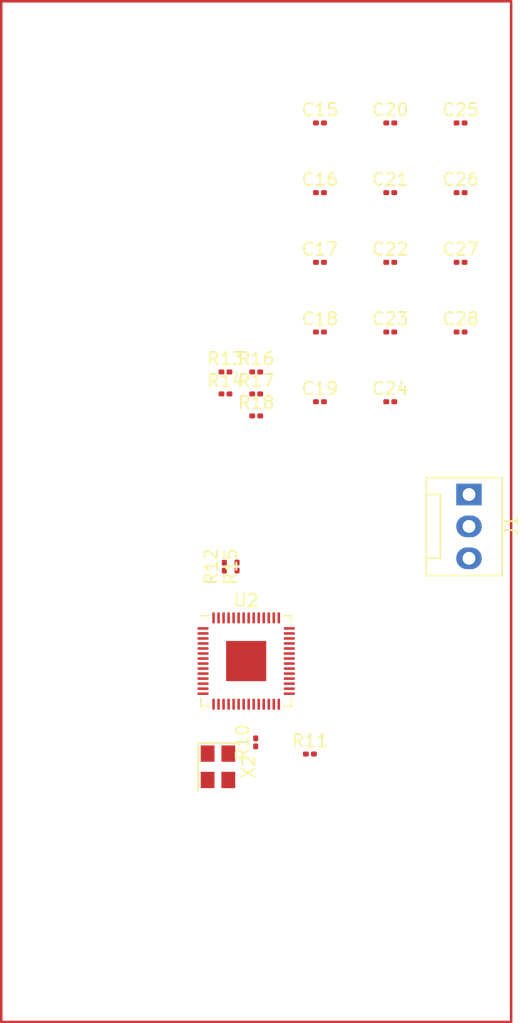
<source format=kicad_pcb>
(kicad_pcb (version 20221018) (generator pcbnew)
  (layers (0 "F.Cu" signal) (31 "B.Cu" signal) (34 "B.Paste" user) (35 "F.Paste" user) (36 "B.SilkS" user "B.Silkscreen") (37 "F.SilkS" user "F.Silkscreen") (38 "B.Mask" user) (39 "F.Mask" user) (44 "Edge.Cuts" user))
  (net 0 "")
  (net 1 "/RP2040.kicad_sch/~{RST}")
  (net 2 "GND")
  (net 3 "/RP2040.kicad_sch/3V3")
  (net 4 "/RP2040.kicad_sch/1V1")
  (net 5 "Net-(X2-EN)")
  (net 6 "/RP2040.kicad_sch/QSPI_0")
  (net 7 "Net-(U2-QSPI_SD0)")
  (net 8 "/RP2040.kicad_sch/QSPI_1")
  (net 9 "Net-(U2-QSPI_SD1)")
  (net 10 "/RP2040.kicad_sch/QSPI_2")
  (net 11 "Net-(U2-QSPI_SD2)")
  (net 12 "/RP2040.kicad_sch/QSPI_3")
  (net 13 "Net-(U2-QSPI_SD3)")
  (net 14 "/RP2040.kicad_sch/QSPI_SCLK")
  (net 15 "Net-(U2-QSPI_SCLK)")
  (net 16 "/RP2040.kicad_sch/USB_D-")
  (net 17 "/RP2040.kicad_sch/USB_D+")
  (net 18 "/RP2040.kicad_sch/GPIO 0")
  (net 19 "/RP2040.kicad_sch/GPIO 1")
  (net 20 "/RP2040.kicad_sch/GPIO 2")
  (net 21 "/RP2040.kicad_sch/GPIO 3")
  (net 22 "/RP2040.kicad_sch/GPIO 4")
  (net 23 "/RP2040.kicad_sch/GPIO 5")
  (net 30 "/RP2040.kicad_sch/GPIO12_PWM_LEFT")
  (net 32 "/RP2040.kicad_sch/GPIO14_PWM_RIGHT")
  (net 34 "Net-(U2-XIN)")
  (net 36 "/RP2040.kicad_sch/SWCLK")
  (net 37 "/RP2040.kicad_sch/SWD")
  (net 40 "/RP2040.kicad_sch/I2C 1 SDA")
  (net 41 "/RP2040.kicad_sch/I2C 1 SCL")
  (net 43 "/RP2040.kicad_sch/I2C 0 SDA")
  (net 44 "/RP2040.kicad_sch/I2C 0 SCL")
  (net 52 "/RP2040.kicad_sch/QSPI_SS")
  (net 53 "/3V3")
  (footprint "Resistor_SMD:R_0201_0603Metric" (layer "F.Cu") (at 63.59 71.91)
    (fp_text reference "R14" (at 0 -1.05) (layer "F.SilkS"))
    (fp_text value "27")
    (pad "1" smd roundrect (at -0.32 0) (size 0.46 0.4) (layers "F.Cu" "F.Mask") (net 10 "/RP2040.kicad_sch/QSPI_2"))
    (pad "2" smd roundrect (at 0.32 0) (size 0.46 0.4) (layers "F.Cu" "F.Mask") (net 11 "Net-(U2-QSPI_SD2)"))
  )
  (footprint "Capacitor_SMD:C_0201_0603Metric" (layer "F.Cu") (at 82.329602 50.33)
    (fp_text reference "C25" (at 0 -1.05) (layer "F.SilkS"))
    (fp_text value "1uF")
    (pad "1" smd roundrect (at -0.32 0) (size 0.46 0.4) (layers "F.Cu" "F.Mask") (net 3 "/RP2040.kicad_sch/3V3"))
    (pad "2" smd roundrect (at 0.32 0) (size 0.46 0.4) (layers "F.Cu" "F.Mask") (net 2 "GND"))
  )
  (footprint "Capacitor_SMD:C_0201_0603Metric" (layer "F.Cu") (at 76.724801 50.33)
    (fp_text reference "C20" (at 0 -1.05) (layer "F.SilkS"))
    (fp_text value "1uF")
    (pad "1" smd roundrect (at -0.32 0) (size 0.46 0.4) (layers "F.Cu" "F.Mask") (net 3 "/RP2040.kicad_sch/3V3"))
    (pad "2" smd roundrect (at 0.32 0) (size 0.46 0.4) (layers "F.Cu" "F.Mask") (net 2 "GND"))
  )
  (footprint "Capacitor_SMD:C_0201_0603Metric" (layer "F.Cu") (at 71.12 72.53)
    (fp_text reference "C19" (at 0 -1.05) (layer "F.SilkS"))
    (fp_text value "1uF")
    (pad "1" smd roundrect (at -0.32 0) (size 0.46 0.4) (layers "F.Cu" "F.Mask") (net 4 "/RP2040.kicad_sch/1V1"))
    (pad "2" smd roundrect (at 0.32 0) (size 0.46 0.4) (layers "F.Cu" "F.Mask") (net 2 "GND"))
  )
  (footprint "Capacitor_SMD:C_0201_0603Metric" (layer "F.Cu") (at 71.12 50.33)
    (fp_text reference "C15" (at 0 -1.05) (layer "F.SilkS"))
    (fp_text value "1uF")
    (pad "1" smd roundrect (at -0.32 0) (size 0.46 0.4) (layers "F.Cu" "F.Mask") (net 1 "/RP2040.kicad_sch/~{RST}"))
    (pad "2" smd roundrect (at 0.32 0) (size 0.46 0.4) (layers "F.Cu" "F.Mask") (net 2 "GND"))
  )
  (footprint "Capacitor_SMD:C_0201_0603Metric" (layer "F.Cu") (at 76.724801 55.88)
    (fp_text reference "C21" (at 0 -1.05) (layer "F.SilkS"))
    (fp_text value "1uF")
    (pad "1" smd roundrect (at -0.32 0) (size 0.46 0.4) (layers "F.Cu" "F.Mask") (net 3 "/RP2040.kicad_sch/3V3"))
    (pad "2" smd roundrect (at 0.32 0) (size 0.46 0.4) (layers "F.Cu" "F.Mask") (net 2 "GND"))
  )
  (footprint "Oscillator:Oscillator_SMD_Abracon_ASE-4Pin_3.2x2.5mm" (layer "F.Cu") (at 62.992 101.6 -90)
    (fp_text reference "X2" (at 0 -2.45 90) (layer "F.SilkS"))
    (fp_text value "ASE-12.0MHz")
    (fp_line (start -1.9 -1.575) (end -1.9 1.575) (stroke (width 0.12)) (layer "F.SilkS"))
    (fp_line (start -1.9 1.575) (end 1.9 1.575) (stroke (width 0.12)) (layer "F.SilkS"))
    (pad "1" smd rect (at -1.05 0.825 270) (size 1.3 1.1) (layers "F.Cu" "F.Paste" "F.Mask") (net 5 "Net-(X2-EN)"))
    (pad "2" smd rect (at 1.05 0.825 270) (size 1.3 1.1) (layers "F.Cu" "F.Paste" "F.Mask") (net 2 "GND"))
    (pad "3" smd rect (at 1.05 -0.825 270) (size 1.3 1.1) (layers "F.Cu" "F.Paste" "F.Mask") (net 34 "Net-(U2-XIN)"))
    (pad "4" smd rect (at -1.05 -0.825 270) (size 1.3 1.1) (layers "F.Cu" "F.Paste" "F.Mask") (net 3 "/RP2040.kicad_sch/3V3"))
  )
  (footprint "Resistor_SMD:R_0201_0603Metric" (layer "F.Cu") (at 66.04 73.66)
    (fp_text reference "R18" (at 0 -1.05) (layer "F.SilkS"))
    (fp_text value "27")
    (pad "1" smd roundrect (at -0.32 0) (size 0.46 0.4) (layers "F.Cu" "F.Mask") (net 17 "/RP2040.kicad_sch/USB_D+"))
    (pad "2" smd roundrect (at 0.32 0) (size 0.46 0.4) (layers "F.Cu" "F.Mask") (net 17 "/RP2040.kicad_sch/USB_D+"))
  )
  (footprint "Capacitor_SMD:C_0201_0603Metric" (layer "F.Cu") (at 82.329602 66.98)
    (fp_text reference "C28" (at 0 -1.05) (layer "F.SilkS"))
    (fp_text value "1uF")
    (pad "1" smd roundrect (at -0.32 0) (size 0.46 0.4) (layers "F.Cu" "F.Mask") (net 3 "/RP2040.kicad_sch/3V3"))
    (pad "2" smd roundrect (at 0.32 0) (size 0.46 0.4) (layers "F.Cu" "F.Mask") (net 2 "GND"))
  )
  (footprint "Resistor_SMD:R_0201_0603Metric" (layer "F.Cu") (at 66.04 71.91)
    (fp_text reference "R17" (at 0 -1.05) (layer "F.SilkS"))
    (fp_text value "27")
    (pad "1" smd roundrect (at -0.32 0) (size 0.46 0.4) (layers "F.Cu" "F.Mask") (net 16 "/RP2040.kicad_sch/USB_D-"))
    (pad "2" smd roundrect (at 0.32 0) (size 0.46 0.4) (layers "F.Cu" "F.Mask") (net 16 "/RP2040.kicad_sch/USB_D-"))
  )
  (footprint "Capacitor_SMD:C_0201_0603Metric" (layer "F.Cu") (at 76.724801 72.53)
    (fp_text reference "C24" (at 0 -1.05) (layer "F.SilkS"))
    (fp_text value "1uF")
    (pad "1" smd roundrect (at -0.32 0) (size 0.46 0.4) (layers "F.Cu" "F.Mask") (net 3 "/RP2040.kicad_sch/3V3"))
    (pad "2" smd roundrect (at 0.32 0) (size 0.46 0.4) (layers "F.Cu" "F.Mask") (net 2 "GND"))
  )
  (footprint "Resistor_SMD:R_0201_0603Metric" (layer "F.Cu") (at 66 99.655 90)
    (fp_text reference "R10" (at 0 -1.05 90) (layer "F.SilkS"))
    (fp_text value "10K")
    (pad "1" smd roundrect (at -0.32 0 90) (size 0.46 0.4) (layers "F.Cu" "F.Mask") (net 3 "/RP2040.kicad_sch/3V3"))
    (pad "2" smd roundrect (at 0.32 0 90) (size 0.46 0.4) (layers "F.Cu" "F.Mask") (net 5 "Net-(X2-EN)"))
  )
  (footprint "Capacitor_SMD:C_0201_0603Metric" (layer "F.Cu") (at 71.12 66.98)
    (fp_text reference "C18" (at 0 -1.05) (layer "F.SilkS"))
    (fp_text value "1uF")
    (pad "1" smd roundrect (at -0.32 0) (size 0.46 0.4) (layers "F.Cu" "F.Mask") (net 4 "/RP2040.kicad_sch/1V1"))
    (pad "2" smd roundrect (at 0.32 0) (size 0.46 0.4) (layers "F.Cu" "F.Mask") (net 2 "GND"))
  )
  (footprint "Resistor_SMD:R_0201_0603Metric" (layer "F.Cu") (at 64.516 85.655 90)
    (fp_text reference "R15" (at 0 -0.516 90) (layer "F.SilkS"))
    (fp_text value "27")
    (pad "1" smd roundrect (at -0.32 0 90) (size 0.46 0.4) (layers "F.Cu" "F.Mask") (net 12 "/RP2040.kicad_sch/QSPI_3"))
    (pad "2" smd roundrect (at 0.32 0 90) (size 0.46 0.4) (layers "F.Cu" "F.Mask") (net 13 "Net-(U2-QSPI_SD3)"))
  )
  (footprint "Resistor_SMD:R_0201_0603Metric" (layer "F.Cu") (at 63.5 85.664 90)
    (fp_text reference "R12" (at 0 -1.05 90) (layer "F.SilkS"))
    (fp_text value "27")
    (pad "1" smd roundrect (at -0.32 0 90) (size 0.46 0.4) (layers "F.Cu" "F.Mask") (net 6 "/RP2040.kicad_sch/QSPI_0"))
    (pad "2" smd roundrect (at 0.32 0 90) (size 0.46 0.4) (layers "F.Cu" "F.Mask") (net 7 "Net-(U2-QSPI_SD0)"))
  )
  (footprint "Capacitor_SMD:C_0201_0603Metric" (layer "F.Cu") (at 76.724801 61.43)
    (fp_text reference "C22" (at 0 -1.05) (layer "F.SilkS"))
    (fp_text value "1uF")
    (pad "1" smd roundrect (at -0.32 0) (size 0.46 0.4) (layers "F.Cu" "F.Mask") (net 3 "/RP2040.kicad_sch/3V3"))
    (pad "2" smd roundrect (at 0.32 0) (size 0.46 0.4) (layers "F.Cu" "F.Mask") (net 2 "GND"))
  )
  (footprint "Capacitor_SMD:C_0201_0603Metric" (layer "F.Cu") (at 76.724801 66.98)
    (fp_text reference "C23" (at 0 -1.05) (layer "F.SilkS"))
    (fp_text value "1uF")
    (pad "1" smd roundrect (at -0.32 0) (size 0.46 0.4) (layers "F.Cu" "F.Mask") (net 3 "/RP2040.kicad_sch/3V3"))
    (pad "2" smd roundrect (at 0.32 0) (size 0.46 0.4) (layers "F.Cu" "F.Mask") (net 2 "GND"))
  )
  (footprint "Capacitor_SMD:C_0201_0603Metric" (layer "F.Cu") (at 71.12 55.88)
    (fp_text reference "C16" (at 0 -1.05) (layer "F.SilkS"))
    (fp_text value "1uF")
    (pad "1" smd roundrect (at -0.32 0) (size 0.46 0.4) (layers "F.Cu" "F.Mask") (net 3 "/RP2040.kicad_sch/3V3"))
    (pad "2" smd roundrect (at 0.32 0) (size 0.46 0.4) (layers "F.Cu" "F.Mask") (net 2 "GND"))
  )
  (footprint "Resistor_SMD:R_0201_0603Metric" (layer "F.Cu") (at 63.59 70.16)
    (fp_text reference "R13" (at 0 -1.05) (layer "F.SilkS"))
    (fp_text value "27")
    (pad "1" smd roundrect (at -0.32 0) (size 0.46 0.4) (layers "F.Cu" "F.Mask") (net 8 "/RP2040.kicad_sch/QSPI_1"))
    (pad "2" smd roundrect (at 0.32 0) (size 0.46 0.4) (layers "F.Cu" "F.Mask") (net 9 "Net-(U2-QSPI_SD1)"))
  )
  (footprint "Package_DFN_QFN:QFN-56-1EP_7x7mm_P0.4mm_EP3.2x3.2mm" (layer "F.Cu") (at 65.24 93.18)
    (fp_text reference "U2" (at 0 -4.82) (layer "F.SilkS"))
    (fp_text value "RP2040")
    (fp_line (start -3.61 3.61) (end -3.61 2.96) (stroke (width 0.12)) (layer "F.SilkS"))
    (fp_line (start -2.96 -3.61) (end -3.61 -3.61) (stroke (width 0.12)) (layer "F.SilkS"))
    (fp_line (start -2.96 3.61) (end -3.61 3.61) (stroke (width 0.12)) (layer "F.SilkS"))
    (fp_line (start 2.96 -3.61) (end 3.61 -3.61) (stroke (width 0.12)) (layer "F.SilkS"))
    (fp_line (start 2.96 3.61) (end 3.61 3.61) (stroke (width 0.12)) (layer "F.SilkS"))
    (fp_line (start 3.61 -3.61) (end 3.61 -2.96) (stroke (width 0.12)) (layer "F.SilkS"))
    (fp_line (start 3.61 3.61) (end 3.61 2.96) (stroke (width 0.12)) (layer "F.SilkS"))
    (pad "1" smd roundrect (at -3.4375 -2.6) (size 0.875 0.2) (layers "F.Cu" "F.Paste" "F.Mask") (net 3 "/RP2040.kicad_sch/3V3"))
    (pad "2" smd roundrect (at -3.4375 -2.2) (size 0.875 0.2) (layers "F.Cu" "F.Paste" "F.Mask") (net 18 "/RP2040.kicad_sch/GPIO 0"))
    (pad "3" smd roundrect (at -3.4375 -1.8) (size 0.875 0.2) (layers "F.Cu" "F.Paste" "F.Mask") (net 19 "/RP2040.kicad_sch/GPIO 1"))
    (pad "4" smd roundrect (at -3.4375 -1.4) (size 0.875 0.2) (layers "F.Cu" "F.Paste" "F.Mask") (net 20 "/RP2040.kicad_sch/GPIO 2"))
    (pad "5" smd roundrect (at -3.4375 -1) (size 0.875 0.2) (layers "F.Cu" "F.Paste" "F.Mask") (net 21 "/RP2040.kicad_sch/GPIO 3"))
    (pad "6" smd roundrect (at -3.4375 -0.6) (size 0.875 0.2) (layers "F.Cu" "F.Paste" "F.Mask") (net 22 "/RP2040.kicad_sch/GPIO 4"))
    (pad "7" smd roundrect (at -3.4375 -0.2) (size 0.875 0.2) (layers "F.Cu" "F.Paste" "F.Mask") (net 23 "/RP2040.kicad_sch/GPIO 5"))
    (pad "8" smd roundrect (at -3.4375 0.2) (size 0.875 0.2) (layers "F.Cu" "F.Paste" "F.Mask"))
    (pad "9" smd roundrect (at -3.4375 0.6) (size 0.875 0.2) (layers "F.Cu" "F.Paste" "F.Mask"))
    (pad "10" smd roundrect (at -3.4375 1) (size 0.875 0.2) (layers "F.Cu" "F.Paste" "F.Mask") (net 3 "/RP2040.kicad_sch/3V3"))
    (pad "11" smd roundrect (at -3.4375 1.4) (size 0.875 0.2) (layers "F.Cu" "F.Paste" "F.Mask"))
    (pad "12" smd roundrect (at -3.4375 1.8) (size 0.875 0.2) (layers "F.Cu" "F.Paste" "F.Mask"))
    (pad "13" smd roundrect (at -3.4375 2.2) (size 0.875 0.2) (layers "F.Cu" "F.Paste" "F.Mask"))
    (pad "14" smd roundrect (at -3.4375 2.6) (size 0.875 0.2) (layers "F.Cu" "F.Paste" "F.Mask"))
    (pad "15" smd roundrect (at -2.6 3.4375) (size 0.2 0.875) (layers "F.Cu" "F.Paste" "F.Mask") (net 30 "/RP2040.kicad_sch/GPIO12_PWM_LEFT"))
    (pad "16" smd roundrect (at -2.2 3.4375) (size 0.2 0.875) (layers "F.Cu" "F.Paste" "F.Mask"))
    (pad "17" smd roundrect (at -1.8 3.4375) (size 0.2 0.875) (layers "F.Cu" "F.Paste" "F.Mask") (net 32 "/RP2040.kicad_sch/GPIO14_PWM_RIGHT"))
    (pad "18" smd roundrect (at -1.4 3.4375) (size 0.2 0.875) (layers "F.Cu" "F.Paste" "F.Mask"))
    (pad "19" smd roundrect (at -1 3.4375) (size 0.2 0.875) (layers "F.Cu" "F.Paste" "F.Mask") (net 2 "GND"))
    (pad "20" smd roundrect (at -0.6 3.4375) (size 0.2 0.875) (layers "F.Cu" "F.Paste" "F.Mask") (net 34 "Net-(U2-XIN)"))
    (pad "21" smd roundrect (at -0.2 3.4375) (size 0.2 0.875) (layers "F.Cu" "F.Paste" "F.Mask"))
    (pad "22" smd roundrect (at 0.2 3.4375) (size 0.2 0.875) (layers "F.Cu" "F.Paste" "F.Mask") (net 3 "/RP2040.kicad_sch/3V3"))
    (pad "23" smd roundrect (at 0.6 3.4375) (size 0.2 0.875) (layers "F.Cu" "F.Paste" "F.Mask") (net 4 "/RP2040.kicad_sch/1V1"))
    (pad "24" smd roundrect (at 1 3.4375) (size 0.2 0.875) (layers "F.Cu" "F.Paste" "F.Mask") (net 36 "/RP2040.kicad_sch/SWCLK"))
    (pad "25" smd roundrect (at 1.4 3.4375) (size 0.2 0.875) (layers "F.Cu" "F.Paste" "F.Mask") (net 37 "/RP2040.kicad_sch/SWD"))
    (pad "26" smd roundrect (at 1.8 3.4375) (size 0.2 0.875) (layers "F.Cu" "F.Paste" "F.Mask") (net 1 "/RP2040.kicad_sch/~{RST}"))
    (pad "27" smd roundrect (at 2.2 3.4375) (size 0.2 0.875) (layers "F.Cu" "F.Paste" "F.Mask"))
    (pad "28" smd roundrect (at 2.6 3.4375) (size 0.2 0.875) (layers "F.Cu" "F.Paste" "F.Mask"))
    (pad "29" smd roundrect (at 3.4375 2.6) (size 0.875 0.2) (layers "F.Cu" "F.Paste" "F.Mask") (net 40 "/RP2040.kicad_sch/I2C 1 SDA"))
    (pad "30" smd roundrect (at 3.4375 2.2) (size 0.875 0.2) (layers "F.Cu" "F.Paste" "F.Mask") (net 41 "/RP2040.kicad_sch/I2C 1 SCL"))
    (pad "31" smd roundrect (at 3.4375 1.8) (size 0.875 0.2) (layers "F.Cu" "F.Paste" "F.Mask"))
    (pad "32" smd roundrect (at 3.4375 1.4) (size 0.875 0.2) (layers "F.Cu" "F.Paste" "F.Mask") (net 43 "/RP2040.kicad_sch/I2C 0 SDA"))
    (pad "33" smd roundrect (at 3.4375 1) (size 0.875 0.2) (layers "F.Cu" "F.Paste" "F.Mask") (net 3 "/RP2040.kicad_sch/3V3"))
    (pad "34" smd roundrect (at 3.4375 0.6) (size 0.875 0.2) (layers "F.Cu" "F.Paste" "F.Mask") (net 44 "/RP2040.kicad_sch/I2C 0 SCL"))
    (pad "35" smd roundrect (at 3.4375 0.2) (size 0.875 0.2) (layers "F.Cu" "F.Paste" "F.Mask"))
    (pad "36" smd roundrect (at 3.4375 -0.2) (size 0.875 0.2) (layers "F.Cu" "F.Paste" "F.Mask"))
    (pad "37" smd roundrect (at 3.4375 -0.6) (size 0.875 0.2) (layers "F.Cu" "F.Paste" "F.Mask"))
    (pad "38" smd roundrect (at 3.4375 -1) (size 0.875 0.2) (layers "F.Cu" "F.Paste" "F.Mask"))
    (pad "39" smd roundrect (at 3.4375 -1.4) (size 0.875 0.2) (layers "F.Cu" "F.Paste" "F.Mask"))
    (pad "40" smd roundrect (at 3.4375 -1.8) (size 0.875 0.2) (layers "F.Cu" "F.Paste" "F.Mask"))
    (pad "41" smd roundrect (at 3.4375 -2.2) (size 0.875 0.2) (layers "F.Cu" "F.Paste" "F.Mask"))
    (pad "42" smd roundrect (at 3.4375 -2.6) (size 0.875 0.2) (layers "F.Cu" "F.Paste" "F.Mask") (net 3 "/RP2040.kicad_sch/3V3"))
    (pad "43" smd roundrect (at 2.6 -3.4375) (size 0.2 0.875) (layers "F.Cu" "F.Paste" "F.Mask") (net 3 "/RP2040.kicad_sch/3V3"))
    (pad "44" smd roundrect (at 2.2 -3.4375) (size 0.2 0.875) (layers "F.Cu" "F.Paste" "F.Mask") (net 3 "/RP2040.kicad_sch/3V3"))
    (pad "45" smd roundrect (at 1.8 -3.4375) (size 0.2 0.875) (layers "F.Cu" "F.Paste" "F.Mask") (net 4 "/RP2040.kicad_sch/1V1"))
    (pad "46" smd roundrect (at 1.4 -3.4375) (size 0.2 0.875) (layers "F.Cu" "F.Paste" "F.Mask") (net 17 "/RP2040.kicad_sch/USB_D+"))
    (pad "47" smd roundrect (at 1 -3.4375) (size 0.2 0.875) (layers "F.Cu" "F.Paste" "F.Mask") (net 16 "/RP2040.kicad_sch/USB_D-"))
    (pad "48" smd roundrect (at 0.6 -3.4375) (size 0.2 0.875) (layers "F.Cu" "F.Paste" "F.Mask") (net 3 "/RP2040.kicad_sch/3V3"))
    (pad "49" smd roundrect (at 0.2 -3.4375) (size 0.2 0.875) (layers "F.Cu" "F.Paste" "F.Mask") (net 3 "/RP2040.kicad_sch/3V3"))
    (pad "50" smd roundrect (at -0.2 -3.4375) (size 0.2 0.875) (layers "F.Cu" "F.Paste" "F.Mask") (net 4 "/RP2040.kicad_sch/1V1"))
    (pad "51" smd roundrect (at -0.6 -3.4375) (size 0.2 0.875) (layers "F.Cu" "F.Paste" "F.Mask") (net 13 "Net-(U2-QSPI_SD3)"))
    (pad "52" smd roundrect (at -1 -3.4375) (size 0.2 0.875) (layers "F.Cu" "F.Paste" "F.Mask") (net 15 "Net-(U2-QSPI_SCLK)"))
    (pad "53" smd roundrect (at -1.4 -3.4375) (size 0.2 0.875) (layers "F.Cu" "F.Paste" "F.Mask") (net 7 "Net-(U2-QSPI_SD0)"))
    (pad "54" smd roundrect (at -1.8 -3.4375) (size 0.2 0.875) (layers "F.Cu" "F.Paste" "F.Mask") (net 11 "Net-(U2-QSPI_SD2)"))
    (pad "55" smd roundrect (at -2.2 -3.4375) (size 0.2 0.875) (layers "F.Cu" "F.Paste" "F.Mask") (net 9 "Net-(U2-QSPI_SD1)"))
    (pad "56" smd roundrect (at -2.6 -3.4375) (size 0.2 0.875) (layers "F.Cu" "F.Paste" "F.Mask") (net 52 "/RP2040.kicad_sch/QSPI_SS"))
    (pad "57" smd rect (at 0 0) (size 3.2 3.2) (layers "F.Cu" "F.Mask") (net 2 "GND"))
  )
  (footprint "Capacitor_SMD:C_0201_0603Metric" (layer "F.Cu") (at 71.12 61.43)
    (fp_text reference "C17" (at 0 -1.05) (layer "F.SilkS"))
    (fp_text value "1uF")
    (pad "1" smd roundrect (at -0.32 0) (size 0.46 0.4) (layers "F.Cu" "F.Mask") (net 4 "/RP2040.kicad_sch/1V1"))
    (pad "2" smd roundrect (at 0.32 0) (size 0.46 0.4) (layers "F.Cu" "F.Mask") (net 2 "GND"))
  )
  (footprint "Capacitor_SMD:C_0201_0603Metric" (layer "F.Cu") (at 82.329602 55.88)
    (fp_text reference "C26" (at 0 -1.05) (layer "F.SilkS"))
    (fp_text value "1uF")
    (pad "1" smd roundrect (at -0.32 0) (size 0.46 0.4) (layers "F.Cu" "F.Mask") (net 3 "/RP2040.kicad_sch/3V3"))
    (pad "2" smd roundrect (at 0.32 0) (size 0.46 0.4) (layers "F.Cu" "F.Mask") (net 2 "GND"))
  )
  (footprint "Resistor_SMD:R_0201_0603Metric" (layer "F.Cu") (at 70.32 100.584)
    (fp_text reference "R11" (at 0 -1.05) (layer "F.SilkS"))
    (fp_text value "10K")
    (pad "1" smd roundrect (at -0.32 0) (size 0.46 0.4) (layers "F.Cu" "F.Mask") (net 3 "/RP2040.kicad_sch/3V3"))
    (pad "2" smd roundrect (at 0.32 0) (size 0.46 0.4) (layers "F.Cu" "F.Mask") (net 1 "/RP2040.kicad_sch/~{RST}"))
  )
  (footprint "Connector:FanPinHeader_1x03_P2.54mm_Vertical" (layer "F.Cu") (at 83 79.92 -90)
    (fp_text reference "J1" (at 2.5 -3.4 90) (layer "F.SilkS"))
    (fp_text value "Conn_01x03_Pin")
    (fp_line (start -1.35 -2.65) (end 6.45 -2.65) (stroke (width 0.12)) (layer "F.SilkS"))
    (fp_line (start -1.35 3.4) (end -1.35 -2.65) (stroke (width 0.12)) (layer "F.SilkS"))
    (fp_line (start 0 2.29) (end 5.08 2.29) (stroke (width 0.12)) (layer "F.SilkS"))
    (fp_line (start 0 3.3) (end 0 2.29) (stroke (width 0.12)) (layer "F.SilkS"))
    (fp_line (start 5.08 2.29) (end 5.08 3.3) (stroke (width 0.12)) (layer "F.SilkS"))
    (fp_line (start 6.45 -2.65) (end 6.45 3.4) (stroke (width 0.12)) (layer "F.SilkS"))
    (fp_line (start 6.45 3.4) (end -1.35 3.4) (stroke (width 0.12)) (layer "F.SilkS"))
    (pad "1" thru_hole rect (at 0 0) (size 2.03 1.73) (drill 1.02) (layers "*.Cu" "*.Mask") (net 32 "/RP2040.kicad_sch/GPIO14_PWM_RIGHT"))
    (pad "2" thru_hole oval (at 2.54 0) (size 2.03 1.73) (drill 1.02) (layers "*.Cu" "*.Mask") (net 2 "GND"))
    (pad "3" thru_hole oval (at 5.08 0) (size 2.03 1.73) (drill 1.02) (layers "*.Cu" "*.Mask") (net 53 "/3V3"))
  )
  (footprint "Capacitor_SMD:C_0201_0603Metric" (layer "F.Cu") (at 82.329602 61.43)
    (fp_text reference "C27" (at 0 -1.05) (layer "F.SilkS"))
    (fp_text value "1uF")
    (pad "1" smd roundrect (at -0.32 0) (size 0.46 0.4) (layers "F.Cu" "F.Mask") (net 3 "/RP2040.kicad_sch/3V3"))
    (pad "2" smd roundrect (at 0.32 0) (size 0.46 0.4) (layers "F.Cu" "F.Mask") (net 2 "GND"))
  )
  (footprint "Resistor_SMD:R_0201_0603Metric" (layer "F.Cu") (at 66.04 70.16)
    (fp_text reference "R16" (at 0 -1.05) (layer "F.SilkS"))
    (fp_text value "27")
    (pad "1" smd roundrect (at -0.32 0) (size 0.46 0.4) (layers "F.Cu" "F.Mask") (net 14 "/RP2040.kicad_sch/QSPI_SCLK"))
    (pad "2" smd roundrect (at 0.32 0) (size 0.46 0.4) (layers "F.Cu" "F.Mask") (net 15 "Net-(U2-QSPI_SCLK)"))
  )
  (gr_rect (start 45.72 40.64) (end 86.36 121.92) (stroke (width 0.2)) (fill none) (layer "F.Cu"))
)
</source>
